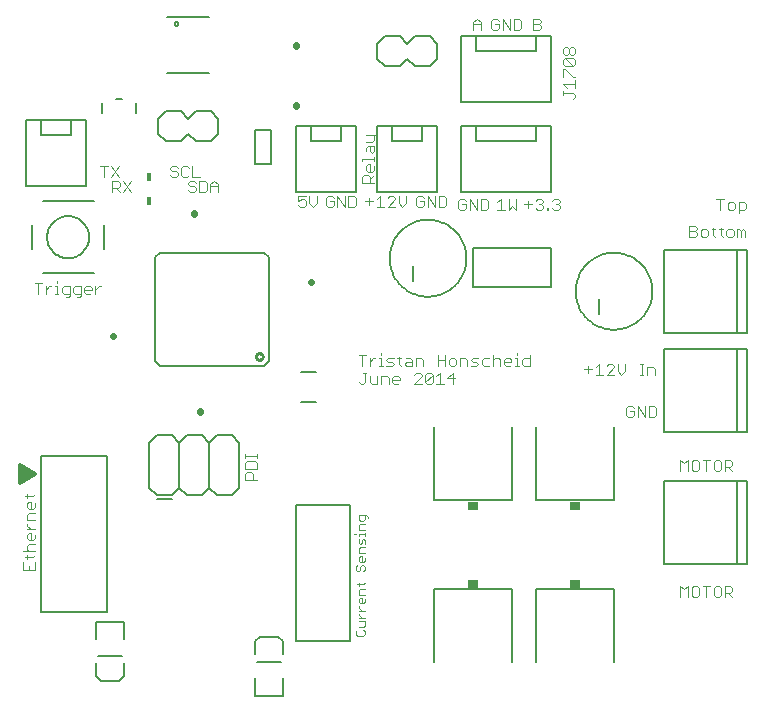
<source format=gto>
G75*
%MOIN*%
%OFA0B0*%
%FSLAX24Y24*%
%IPPOS*%
%LPD*%
%AMOC8*
5,1,8,0,0,1.08239X$1,22.5*
%
%ADD10C,0.0030*%
%ADD11C,0.0080*%
%ADD12R,0.0340X0.0300*%
%ADD13C,0.0050*%
%ADD14C,0.0120*%
%ADD15C,0.0060*%
%ADD16C,0.0100*%
%ADD17C,0.0220*%
%ADD18R,0.0180X0.0300*%
D10*
X000615Y005215D02*
X000985Y005215D01*
X000985Y005462D01*
X000923Y005645D02*
X000676Y005645D01*
X000738Y005583D02*
X000738Y005707D01*
X000800Y005829D02*
X000738Y005891D01*
X000738Y006014D01*
X000800Y006076D01*
X000985Y006076D01*
X000923Y006197D02*
X000800Y006197D01*
X000738Y006259D01*
X000738Y006382D01*
X000800Y006444D01*
X000862Y006444D01*
X000862Y006197D01*
X000923Y006197D02*
X000985Y006259D01*
X000985Y006382D01*
X000985Y006565D02*
X000738Y006565D01*
X000862Y006565D02*
X000738Y006689D01*
X000738Y006751D01*
X000738Y006872D02*
X000738Y007058D01*
X000800Y007119D01*
X000985Y007119D01*
X000923Y007241D02*
X000800Y007241D01*
X000738Y007302D01*
X000738Y007426D01*
X000800Y007488D01*
X000862Y007488D01*
X000862Y007241D01*
X000923Y007241D02*
X000985Y007302D01*
X000985Y007426D01*
X000923Y007671D02*
X000676Y007671D01*
X000738Y007732D02*
X000738Y007609D01*
X000923Y007671D02*
X000985Y007732D01*
X000985Y006872D02*
X000738Y006872D01*
X000615Y005829D02*
X000985Y005829D01*
X000985Y005707D02*
X000923Y005645D01*
X000615Y005462D02*
X000615Y005215D01*
X000800Y005215D02*
X000800Y005338D01*
X008015Y008215D02*
X008015Y008400D01*
X008076Y008462D01*
X008200Y008462D01*
X008262Y008400D01*
X008262Y008215D01*
X008262Y008400D01*
X008200Y008462D01*
X008076Y008462D01*
X008015Y008400D01*
X008015Y008215D01*
X008385Y008215D01*
X008015Y008215D01*
X008015Y008583D02*
X008015Y008768D01*
X008076Y008830D01*
X008323Y008830D01*
X008385Y008768D01*
X008385Y008583D01*
X008015Y008583D01*
X008015Y008768D01*
X008076Y008830D01*
X008323Y008830D01*
X008385Y008768D01*
X008385Y008583D01*
X008015Y008583D01*
X008015Y008952D02*
X008015Y009075D01*
X008015Y008952D01*
X008015Y009013D02*
X008385Y009013D01*
X008015Y009013D01*
X008385Y008952D02*
X008385Y009075D01*
X008385Y008952D01*
X011646Y006403D02*
X011695Y006403D01*
X011792Y006403D02*
X011985Y006403D01*
X011985Y006451D02*
X011985Y006354D01*
X011937Y006253D02*
X011888Y006205D01*
X011888Y006108D01*
X011840Y006060D01*
X011792Y006108D01*
X011792Y006253D01*
X011792Y006354D02*
X011792Y006403D01*
X011792Y006551D02*
X011792Y006696D01*
X011840Y006744D01*
X011985Y006744D01*
X011937Y006845D02*
X011985Y006894D01*
X011985Y007039D01*
X012033Y007039D02*
X011792Y007039D01*
X011792Y006894D01*
X011840Y006845D01*
X011937Y006845D01*
X012082Y006942D02*
X012082Y006991D01*
X012033Y007039D01*
X011985Y006551D02*
X011792Y006551D01*
X011937Y006253D02*
X011985Y006205D01*
X011985Y006060D01*
X011985Y005959D02*
X011840Y005959D01*
X011792Y005910D01*
X011792Y005765D01*
X011985Y005765D01*
X011888Y005664D02*
X011888Y005470D01*
X011840Y005470D02*
X011792Y005519D01*
X011792Y005616D01*
X011840Y005664D01*
X011888Y005664D01*
X011985Y005616D02*
X011985Y005519D01*
X011937Y005470D01*
X011840Y005470D01*
X011888Y005369D02*
X011937Y005369D01*
X011985Y005321D01*
X011985Y005224D01*
X011937Y005176D01*
X011840Y005224D02*
X011840Y005321D01*
X011888Y005369D01*
X011743Y005369D02*
X011695Y005321D01*
X011695Y005224D01*
X011743Y005176D01*
X011792Y005176D01*
X011840Y005224D01*
X011792Y004781D02*
X011792Y004685D01*
X011743Y004733D02*
X011937Y004733D01*
X011985Y004781D01*
X011985Y004584D02*
X011840Y004584D01*
X011792Y004535D01*
X011792Y004390D01*
X011985Y004390D01*
X011888Y004289D02*
X011888Y004095D01*
X011840Y004095D02*
X011792Y004144D01*
X011792Y004241D01*
X011840Y004289D01*
X011888Y004289D01*
X011985Y004241D02*
X011985Y004144D01*
X011937Y004095D01*
X011840Y004095D01*
X011792Y003995D02*
X011792Y003947D01*
X011888Y003850D01*
X011792Y003850D02*
X011985Y003850D01*
X011792Y003749D02*
X011792Y003701D01*
X011888Y003604D01*
X011792Y003604D02*
X011985Y003604D01*
X011985Y003503D02*
X011792Y003503D01*
X011985Y003503D02*
X011985Y003358D01*
X011937Y003310D01*
X011792Y003310D01*
X011743Y003208D02*
X011695Y003160D01*
X011695Y003063D01*
X011743Y003015D01*
X011937Y003015D01*
X011985Y003063D01*
X011985Y003160D01*
X011937Y003208D01*
X011924Y011415D02*
X011985Y011477D01*
X011985Y011785D01*
X011924Y011785D02*
X012047Y011785D01*
X012168Y011662D02*
X012168Y011477D01*
X012230Y011415D01*
X012415Y011415D01*
X012415Y011662D01*
X012537Y011662D02*
X012537Y011415D01*
X012784Y011415D02*
X012784Y011600D01*
X012722Y011662D01*
X012537Y011662D01*
X012905Y011600D02*
X012967Y011662D01*
X013090Y011662D01*
X013152Y011600D01*
X013152Y011538D01*
X012905Y011538D01*
X012905Y011477D02*
X012905Y011600D01*
X012905Y011477D02*
X012967Y011415D01*
X013090Y011415D01*
X013642Y011415D02*
X013889Y011662D01*
X013889Y011724D01*
X013827Y011785D01*
X013703Y011785D01*
X013642Y011724D01*
X013686Y012015D02*
X013686Y012262D01*
X013871Y012262D01*
X013933Y012200D01*
X013933Y012015D01*
X014072Y011785D02*
X014010Y011724D01*
X014010Y011477D01*
X014257Y011724D01*
X014257Y011477D01*
X014195Y011415D01*
X014072Y011415D01*
X014010Y011477D01*
X013889Y011415D02*
X013642Y011415D01*
X014072Y011785D02*
X014195Y011785D01*
X014257Y011724D01*
X014378Y011662D02*
X014502Y011785D01*
X014502Y011415D01*
X014625Y011415D02*
X014378Y011415D01*
X014747Y011600D02*
X014994Y011600D01*
X014932Y011415D02*
X014932Y011785D01*
X014747Y011600D01*
X014670Y012015D02*
X014670Y012385D01*
X014670Y012200D02*
X014423Y012200D01*
X014423Y012015D02*
X014423Y012385D01*
X014791Y012200D02*
X014791Y012077D01*
X014853Y012015D01*
X014976Y012015D01*
X015038Y012077D01*
X015038Y012200D01*
X014976Y012262D01*
X014853Y012262D01*
X014791Y012200D01*
X015160Y012262D02*
X015160Y012015D01*
X015406Y012015D02*
X015406Y012200D01*
X015345Y012262D01*
X015160Y012262D01*
X015528Y012200D02*
X015590Y012262D01*
X015775Y012262D01*
X015896Y012200D02*
X015896Y012077D01*
X015958Y012015D01*
X016143Y012015D01*
X016265Y012015D02*
X016265Y012385D01*
X016326Y012262D02*
X016265Y012200D01*
X016326Y012262D02*
X016450Y012262D01*
X016511Y012200D01*
X016511Y012015D01*
X016633Y012077D02*
X016633Y012200D01*
X016695Y012262D01*
X016818Y012262D01*
X016880Y012200D01*
X016880Y012138D01*
X016633Y012138D01*
X016633Y012077D02*
X016695Y012015D01*
X016818Y012015D01*
X017001Y012015D02*
X017125Y012015D01*
X017063Y012015D02*
X017063Y012262D01*
X017001Y012262D01*
X017063Y012385D02*
X017063Y012447D01*
X017308Y012262D02*
X017247Y012200D01*
X017247Y012077D01*
X017308Y012015D01*
X017494Y012015D01*
X017494Y012385D01*
X017494Y012262D02*
X017308Y012262D01*
X016143Y012262D02*
X015958Y012262D01*
X015896Y012200D01*
X015775Y012077D02*
X015713Y012138D01*
X015590Y012138D01*
X015528Y012200D01*
X015528Y012015D02*
X015713Y012015D01*
X015775Y012077D01*
X013565Y012138D02*
X013380Y012138D01*
X013318Y012077D01*
X013380Y012015D01*
X013565Y012015D01*
X013565Y012200D01*
X013503Y012262D01*
X013380Y012262D01*
X013196Y012262D02*
X013072Y012262D01*
X013134Y012324D02*
X013134Y012077D01*
X013196Y012015D01*
X012951Y012077D02*
X012889Y012138D01*
X012766Y012138D01*
X012704Y012200D01*
X012766Y012262D01*
X012951Y012262D01*
X012951Y012077D02*
X012889Y012015D01*
X012704Y012015D01*
X012582Y012015D02*
X012459Y012015D01*
X012520Y012015D02*
X012520Y012262D01*
X012459Y012262D01*
X012337Y012262D02*
X012275Y012262D01*
X012152Y012138D01*
X012152Y012015D02*
X012152Y012262D01*
X012030Y012385D02*
X011783Y012385D01*
X011907Y012385D02*
X011907Y012015D01*
X011800Y011477D02*
X011862Y011415D01*
X011924Y011415D01*
X012520Y012385D02*
X012520Y012447D01*
X015177Y017215D02*
X015300Y017215D01*
X015362Y017277D01*
X015362Y017400D01*
X015238Y017400D01*
X015115Y017277D02*
X015177Y017215D01*
X015115Y017277D02*
X015115Y017524D01*
X015177Y017585D01*
X015300Y017585D01*
X015362Y017524D01*
X015483Y017585D02*
X015730Y017215D01*
X015730Y017585D01*
X015852Y017585D02*
X016037Y017585D01*
X016099Y017524D01*
X016099Y017277D01*
X016037Y017215D01*
X015852Y017215D01*
X015852Y017585D01*
X015483Y017585D02*
X015483Y017215D01*
X014699Y017377D02*
X014699Y017624D01*
X014637Y017685D01*
X014452Y017685D01*
X014452Y017315D01*
X014637Y017315D01*
X014699Y017377D01*
X014330Y017315D02*
X014330Y017685D01*
X014083Y017685D02*
X014083Y017315D01*
X013962Y017377D02*
X013962Y017500D01*
X013838Y017500D01*
X013715Y017377D02*
X013777Y017315D01*
X013900Y017315D01*
X013962Y017377D01*
X013962Y017624D02*
X013900Y017685D01*
X013777Y017685D01*
X013715Y017624D01*
X013715Y017377D01*
X013367Y017438D02*
X013367Y017685D01*
X013367Y017438D02*
X013243Y017315D01*
X013120Y017438D01*
X013120Y017685D01*
X012999Y017624D02*
X012937Y017685D01*
X012813Y017685D01*
X012752Y017624D01*
X012999Y017624D02*
X012999Y017562D01*
X012752Y017315D01*
X012999Y017315D01*
X012630Y017315D02*
X012383Y017315D01*
X012507Y017315D02*
X012507Y017685D01*
X012383Y017562D01*
X012262Y017500D02*
X012015Y017500D01*
X012138Y017377D02*
X012138Y017624D01*
X011694Y017624D02*
X011694Y017377D01*
X011632Y017315D01*
X011447Y017315D01*
X011447Y017685D01*
X011632Y017685D01*
X011694Y017624D01*
X011325Y017685D02*
X011325Y017315D01*
X011078Y017685D01*
X011078Y017315D01*
X010957Y017377D02*
X010957Y017500D01*
X010833Y017500D01*
X010710Y017377D02*
X010772Y017315D01*
X010895Y017315D01*
X010957Y017377D01*
X010957Y017624D02*
X010895Y017685D01*
X010772Y017685D01*
X010710Y017624D01*
X010710Y017377D01*
X010394Y017438D02*
X010394Y017685D01*
X010394Y017438D02*
X010270Y017315D01*
X010147Y017438D01*
X010147Y017685D01*
X010025Y017685D02*
X009778Y017685D01*
X009778Y017500D01*
X009902Y017562D01*
X009964Y017562D01*
X010025Y017500D01*
X010025Y017377D01*
X009964Y017315D01*
X009840Y017315D01*
X009778Y017377D01*
X011915Y018115D02*
X011915Y018300D01*
X011976Y018362D01*
X012100Y018362D01*
X012162Y018300D01*
X012162Y018115D01*
X012285Y018115D02*
X011915Y018115D01*
X012162Y018238D02*
X012285Y018362D01*
X012223Y018483D02*
X012100Y018483D01*
X012038Y018545D01*
X012038Y018668D01*
X012100Y018730D01*
X012162Y018730D01*
X012162Y018483D01*
X012223Y018483D02*
X012285Y018545D01*
X012285Y018668D01*
X012285Y018852D02*
X012285Y018975D01*
X012285Y018913D02*
X011915Y018913D01*
X011915Y018852D01*
X012038Y019159D02*
X012038Y019282D01*
X012100Y019344D01*
X012285Y019344D01*
X012285Y019159D01*
X012223Y019097D01*
X012162Y019159D01*
X012162Y019344D01*
X012223Y019465D02*
X012285Y019527D01*
X012285Y019712D01*
X012347Y019712D02*
X012408Y019651D01*
X012408Y019589D01*
X012347Y019712D02*
X012038Y019712D01*
X012038Y019465D02*
X012223Y019465D01*
X014083Y017685D02*
X014330Y017315D01*
X016415Y017215D02*
X016662Y017215D01*
X016415Y017215D01*
X016538Y017215D02*
X016538Y017585D01*
X016415Y017462D01*
X016538Y017585D01*
X016538Y017215D01*
X016783Y017215D02*
X016907Y017338D01*
X017030Y017215D01*
X017030Y017585D01*
X017030Y017215D01*
X016907Y017338D01*
X016783Y017215D01*
X016783Y017585D01*
X016783Y017215D01*
X017315Y017400D02*
X017562Y017400D01*
X017683Y017277D02*
X017745Y017215D01*
X017868Y017215D01*
X017930Y017277D01*
X017930Y017338D01*
X017868Y017400D01*
X017807Y017400D01*
X017868Y017400D02*
X017930Y017462D01*
X017930Y017524D01*
X017868Y017585D01*
X017745Y017585D01*
X017683Y017524D01*
X017438Y017524D02*
X017438Y017277D01*
X018052Y017277D02*
X018052Y017215D01*
X018113Y017215D01*
X018113Y017277D01*
X018052Y017277D01*
X018236Y017277D02*
X018298Y017215D01*
X018421Y017215D01*
X018483Y017277D01*
X018483Y017338D01*
X018421Y017400D01*
X018359Y017400D01*
X018421Y017400D02*
X018483Y017462D01*
X018483Y017524D01*
X018421Y017585D01*
X018298Y017585D01*
X018236Y017524D01*
X018923Y020915D02*
X018985Y020977D01*
X018985Y021038D01*
X018923Y021100D01*
X018615Y021100D01*
X018615Y021038D02*
X018615Y021162D01*
X018738Y021283D02*
X018615Y021407D01*
X018985Y021407D01*
X018985Y021530D02*
X018985Y021283D01*
X018985Y021652D02*
X018923Y021652D01*
X018676Y021899D01*
X018615Y021899D01*
X018615Y021652D01*
X018676Y022020D02*
X018615Y022082D01*
X018615Y022205D01*
X018676Y022267D01*
X018923Y022020D01*
X018985Y022082D01*
X018985Y022205D01*
X018923Y022267D01*
X018676Y022267D01*
X018676Y022388D02*
X018738Y022388D01*
X018800Y022450D01*
X018800Y022573D01*
X018862Y022635D01*
X018923Y022635D01*
X018985Y022573D01*
X018985Y022450D01*
X018923Y022388D01*
X018862Y022388D01*
X018800Y022450D01*
X018800Y022573D02*
X018738Y022635D01*
X018676Y022635D01*
X018615Y022573D01*
X018615Y022450D01*
X018676Y022388D01*
X018676Y022020D02*
X018923Y022020D01*
X017800Y023215D02*
X017615Y023215D01*
X017615Y023585D01*
X017800Y023585D01*
X017862Y023524D01*
X017862Y023462D01*
X017800Y023400D01*
X017615Y023400D01*
X017800Y023400D02*
X017862Y023338D01*
X017862Y023277D01*
X017800Y023215D01*
X017199Y023277D02*
X017199Y023524D01*
X017137Y023585D01*
X016952Y023585D01*
X016952Y023215D01*
X017137Y023215D01*
X017199Y023277D01*
X016830Y023215D02*
X016830Y023585D01*
X016583Y023585D02*
X016830Y023215D01*
X016583Y023215D02*
X016583Y023585D01*
X016462Y023524D02*
X016400Y023585D01*
X016277Y023585D01*
X016215Y023524D01*
X016215Y023277D01*
X016277Y023215D01*
X016400Y023215D01*
X016462Y023277D01*
X016462Y023400D01*
X016338Y023400D01*
X015862Y023400D02*
X015615Y023400D01*
X015615Y023462D02*
X015738Y023585D01*
X015862Y023462D01*
X015862Y023215D01*
X015615Y023215D02*
X015615Y023462D01*
X022815Y016685D02*
X022815Y016315D01*
X023000Y016315D01*
X023062Y016377D01*
X023062Y016438D01*
X023000Y016500D01*
X022815Y016500D01*
X023000Y016500D02*
X023062Y016562D01*
X023062Y016624D01*
X023000Y016685D01*
X022815Y016685D01*
X023183Y016500D02*
X023183Y016377D01*
X023245Y016315D01*
X023368Y016315D01*
X023430Y016377D01*
X023430Y016500D01*
X023368Y016562D01*
X023245Y016562D01*
X023183Y016500D01*
X023552Y016562D02*
X023675Y016562D01*
X023613Y016624D02*
X023613Y016377D01*
X023675Y016315D01*
X023859Y016377D02*
X023859Y016624D01*
X023797Y016562D02*
X023921Y016562D01*
X024043Y016500D02*
X024043Y016377D01*
X024104Y016315D01*
X024228Y016315D01*
X024290Y016377D01*
X024290Y016500D01*
X024228Y016562D01*
X024104Y016562D01*
X024043Y016500D01*
X023859Y016377D02*
X023921Y016315D01*
X024411Y016315D02*
X024411Y016562D01*
X024473Y016562D01*
X024534Y016500D01*
X024596Y016562D01*
X024658Y016500D01*
X024658Y016315D01*
X024534Y016315D02*
X024534Y016500D01*
X024452Y017092D02*
X024452Y017462D01*
X024637Y017462D01*
X024699Y017400D01*
X024699Y017277D01*
X024637Y017215D01*
X024452Y017215D01*
X024330Y017277D02*
X024330Y017400D01*
X024268Y017462D01*
X024145Y017462D01*
X024083Y017400D01*
X024083Y017277D01*
X024145Y017215D01*
X024268Y017215D01*
X024330Y017277D01*
X023962Y017585D02*
X023715Y017585D01*
X023838Y017585D02*
X023838Y017215D01*
X021587Y011962D02*
X021402Y011962D01*
X021402Y011715D01*
X021280Y011715D02*
X021157Y011715D01*
X021218Y011715D02*
X021218Y012085D01*
X021157Y012085D02*
X021280Y012085D01*
X021587Y011962D02*
X021649Y011900D01*
X021649Y011715D01*
X020667Y011838D02*
X020667Y012085D01*
X020667Y011838D02*
X020543Y011715D01*
X020420Y011838D01*
X020420Y012085D01*
X020299Y012024D02*
X020237Y012085D01*
X020113Y012085D01*
X020052Y012024D01*
X020299Y012024D02*
X020299Y011962D01*
X020052Y011715D01*
X020299Y011715D01*
X019930Y011715D02*
X019683Y011715D01*
X019807Y011715D02*
X019807Y012085D01*
X019683Y011962D01*
X019562Y011900D02*
X019315Y011900D01*
X019438Y011777D02*
X019438Y012024D01*
X020777Y010685D02*
X020715Y010624D01*
X020715Y010377D01*
X020777Y010315D01*
X020900Y010315D01*
X020962Y010377D01*
X020962Y010500D01*
X020838Y010500D01*
X020962Y010624D02*
X020900Y010685D01*
X020777Y010685D01*
X021083Y010685D02*
X021083Y010315D01*
X021330Y010315D02*
X021083Y010685D01*
X021330Y010685D02*
X021330Y010315D01*
X021452Y010315D02*
X021637Y010315D01*
X021699Y010377D01*
X021699Y010624D01*
X021637Y010685D01*
X021452Y010685D01*
X021452Y010315D01*
X022515Y008885D02*
X022638Y008762D01*
X022762Y008885D01*
X022762Y008515D01*
X022883Y008577D02*
X022883Y008824D01*
X022945Y008885D01*
X023068Y008885D01*
X023130Y008824D01*
X023130Y008577D01*
X023068Y008515D01*
X022945Y008515D01*
X022883Y008577D01*
X023252Y008885D02*
X023499Y008885D01*
X023375Y008885D02*
X023375Y008515D01*
X023620Y008577D02*
X023620Y008824D01*
X023682Y008885D01*
X023805Y008885D01*
X023867Y008824D01*
X023867Y008577D01*
X023805Y008515D01*
X023682Y008515D01*
X023620Y008577D01*
X023988Y008638D02*
X024173Y008638D01*
X024235Y008700D01*
X024235Y008824D01*
X024173Y008885D01*
X023988Y008885D01*
X023988Y008515D01*
X024112Y008638D02*
X024235Y008515D01*
X022515Y008515D02*
X022515Y008885D01*
X022515Y004685D02*
X022638Y004562D01*
X022762Y004685D01*
X022762Y004315D01*
X022883Y004377D02*
X022945Y004315D01*
X023068Y004315D01*
X023130Y004377D01*
X023130Y004624D01*
X023068Y004685D01*
X022945Y004685D01*
X022883Y004624D01*
X022883Y004377D01*
X023252Y004685D02*
X023499Y004685D01*
X023375Y004685D02*
X023375Y004315D01*
X023620Y004377D02*
X023682Y004315D01*
X023805Y004315D01*
X023867Y004377D01*
X023867Y004624D01*
X023805Y004685D01*
X023682Y004685D01*
X023620Y004624D01*
X023620Y004377D01*
X023988Y004438D02*
X024173Y004438D01*
X024235Y004500D01*
X024235Y004624D01*
X024173Y004685D01*
X023988Y004685D01*
X023988Y004315D01*
X024112Y004438D02*
X024235Y004315D01*
X022515Y004315D02*
X022515Y004685D01*
X007094Y017815D02*
X007094Y018062D01*
X006970Y018185D01*
X006847Y018062D01*
X006847Y017815D01*
X006725Y017877D02*
X006725Y018124D01*
X006664Y018185D01*
X006478Y018185D01*
X006478Y017815D01*
X006664Y017815D01*
X006725Y017877D01*
X006847Y018000D02*
X007094Y018000D01*
X006494Y018315D02*
X006247Y018315D01*
X006247Y018685D01*
X006125Y018624D02*
X006064Y018685D01*
X005940Y018685D01*
X005878Y018624D01*
X005878Y018377D01*
X005940Y018315D01*
X006064Y018315D01*
X006125Y018377D01*
X006172Y018185D02*
X006110Y018124D01*
X006110Y018062D01*
X006172Y018000D01*
X006295Y018000D01*
X006357Y017938D01*
X006357Y017877D01*
X006295Y017815D01*
X006172Y017815D01*
X006110Y017877D01*
X006172Y018185D02*
X006295Y018185D01*
X006357Y018124D01*
X005757Y018377D02*
X005695Y018315D01*
X005572Y018315D01*
X005510Y018377D01*
X005572Y018500D02*
X005510Y018562D01*
X005510Y018624D01*
X005572Y018685D01*
X005695Y018685D01*
X005757Y018624D01*
X005695Y018500D02*
X005757Y018438D01*
X005757Y018377D01*
X005695Y018500D02*
X005572Y018500D01*
X004194Y018185D02*
X003947Y017815D01*
X003825Y017815D02*
X003702Y017938D01*
X003764Y017938D02*
X003578Y017938D01*
X003578Y017815D02*
X003578Y018185D01*
X003764Y018185D01*
X003825Y018124D01*
X003825Y018000D01*
X003764Y017938D01*
X003947Y018185D02*
X004194Y017815D01*
X003794Y018315D02*
X003547Y018685D01*
X003425Y018685D02*
X003178Y018685D01*
X003302Y018685D02*
X003302Y018315D01*
X003547Y018315D02*
X003794Y018685D01*
X001719Y014847D02*
X001719Y014785D01*
X001719Y014662D02*
X001719Y014415D01*
X001658Y014415D02*
X001781Y014415D01*
X001903Y014477D02*
X001965Y014415D01*
X002150Y014415D01*
X002150Y014353D02*
X002150Y014662D01*
X001965Y014662D01*
X001903Y014600D01*
X001903Y014477D01*
X002027Y014292D02*
X002088Y014292D01*
X002150Y014353D01*
X002271Y014477D02*
X002271Y014600D01*
X002333Y014662D01*
X002518Y014662D01*
X002518Y014353D01*
X002457Y014292D01*
X002395Y014292D01*
X002333Y014415D02*
X002518Y014415D01*
X002640Y014477D02*
X002640Y014600D01*
X002701Y014662D01*
X002825Y014662D01*
X002887Y014600D01*
X002887Y014538D01*
X002640Y014538D01*
X002640Y014477D02*
X002701Y014415D01*
X002825Y014415D01*
X003008Y014415D02*
X003008Y014662D01*
X003008Y014538D02*
X003132Y014662D01*
X003193Y014662D01*
X002333Y014415D02*
X002271Y014477D01*
X001719Y014662D02*
X001658Y014662D01*
X001536Y014662D02*
X001474Y014662D01*
X001351Y014538D01*
X001351Y014415D02*
X001351Y014662D01*
X001229Y014785D02*
X000982Y014785D01*
X001106Y014785D02*
X001106Y014415D01*
D11*
X003028Y001673D02*
X003185Y001516D01*
X003815Y001516D01*
X003972Y001673D01*
X003972Y002106D01*
X003972Y002894D02*
X003972Y003484D01*
X003028Y003484D01*
X003028Y002894D01*
X003028Y002106D02*
X003028Y001673D01*
X008328Y001606D02*
X008328Y001016D01*
X009272Y001016D01*
X009272Y001606D01*
X009272Y002394D02*
X009272Y002827D01*
X009115Y002984D01*
X008485Y002984D01*
X008328Y002827D01*
X008328Y002394D01*
X009714Y002836D02*
X009714Y007364D01*
X011486Y007364D01*
X011486Y002836D01*
X009714Y002836D01*
X014310Y002129D02*
X014310Y004568D01*
X016890Y004568D01*
X016890Y002129D01*
X017710Y002129D02*
X017710Y004568D01*
X020290Y004568D01*
X020290Y002129D01*
X021961Y005411D02*
X024402Y005411D01*
X024402Y008167D01*
X024717Y008167D01*
X024717Y005411D01*
X024402Y005411D01*
X021961Y005411D02*
X021961Y008167D01*
X024402Y008167D01*
X024402Y009811D02*
X024402Y012567D01*
X024717Y012567D01*
X024717Y009811D01*
X024402Y009811D01*
X021961Y009811D01*
X021961Y012567D01*
X024402Y012567D01*
X024402Y013111D02*
X024402Y015867D01*
X024717Y015867D01*
X024717Y013111D01*
X024402Y013111D01*
X021961Y013111D01*
X021961Y015867D01*
X024402Y015867D01*
X019020Y014500D02*
X019022Y014571D01*
X019028Y014642D01*
X019038Y014713D01*
X019052Y014782D01*
X019069Y014851D01*
X019091Y014919D01*
X019116Y014986D01*
X019145Y015051D01*
X019177Y015114D01*
X019213Y015176D01*
X019252Y015235D01*
X019295Y015292D01*
X019340Y015347D01*
X019389Y015399D01*
X019440Y015448D01*
X019494Y015494D01*
X019551Y015538D01*
X019609Y015578D01*
X019670Y015614D01*
X019733Y015648D01*
X019798Y015677D01*
X019864Y015703D01*
X019932Y015726D01*
X020000Y015744D01*
X020070Y015759D01*
X020140Y015770D01*
X020211Y015777D01*
X020282Y015780D01*
X020353Y015779D01*
X020424Y015774D01*
X020495Y015765D01*
X020565Y015752D01*
X020634Y015736D01*
X020702Y015715D01*
X020769Y015691D01*
X020835Y015663D01*
X020898Y015631D01*
X020960Y015596D01*
X021020Y015558D01*
X021078Y015516D01*
X021133Y015472D01*
X021186Y015424D01*
X021236Y015373D01*
X021283Y015320D01*
X021327Y015264D01*
X021368Y015206D01*
X021406Y015145D01*
X021440Y015083D01*
X021470Y015018D01*
X021497Y014953D01*
X021521Y014885D01*
X021540Y014817D01*
X021556Y014748D01*
X021568Y014677D01*
X021576Y014607D01*
X021580Y014536D01*
X021580Y014464D01*
X021576Y014393D01*
X021568Y014323D01*
X021556Y014252D01*
X021540Y014183D01*
X021521Y014115D01*
X021497Y014047D01*
X021470Y013982D01*
X021440Y013917D01*
X021406Y013855D01*
X021368Y013794D01*
X021327Y013736D01*
X021283Y013680D01*
X021236Y013627D01*
X021186Y013576D01*
X021133Y013528D01*
X021078Y013484D01*
X021020Y013442D01*
X020960Y013404D01*
X020898Y013369D01*
X020835Y013337D01*
X020769Y013309D01*
X020702Y013285D01*
X020634Y013264D01*
X020565Y013248D01*
X020495Y013235D01*
X020424Y013226D01*
X020353Y013221D01*
X020282Y013220D01*
X020211Y013223D01*
X020140Y013230D01*
X020070Y013241D01*
X020000Y013256D01*
X019932Y013274D01*
X019864Y013297D01*
X019798Y013323D01*
X019733Y013352D01*
X019670Y013386D01*
X019609Y013422D01*
X019551Y013462D01*
X019494Y013506D01*
X019440Y013552D01*
X019389Y013601D01*
X019340Y013653D01*
X019295Y013708D01*
X019252Y013765D01*
X019213Y013824D01*
X019177Y013886D01*
X019145Y013949D01*
X019116Y014014D01*
X019091Y014081D01*
X019069Y014149D01*
X019052Y014218D01*
X019038Y014287D01*
X019028Y014358D01*
X019022Y014429D01*
X019020Y014500D01*
X019800Y014250D02*
X019800Y013750D01*
X018190Y014650D02*
X015610Y014650D01*
X015610Y015950D01*
X018190Y015950D01*
X018190Y014650D01*
X012820Y015600D02*
X012822Y015671D01*
X012828Y015742D01*
X012838Y015813D01*
X012852Y015882D01*
X012869Y015951D01*
X012891Y016019D01*
X012916Y016086D01*
X012945Y016151D01*
X012977Y016214D01*
X013013Y016276D01*
X013052Y016335D01*
X013095Y016392D01*
X013140Y016447D01*
X013189Y016499D01*
X013240Y016548D01*
X013294Y016594D01*
X013351Y016638D01*
X013409Y016678D01*
X013470Y016714D01*
X013533Y016748D01*
X013598Y016777D01*
X013664Y016803D01*
X013732Y016826D01*
X013800Y016844D01*
X013870Y016859D01*
X013940Y016870D01*
X014011Y016877D01*
X014082Y016880D01*
X014153Y016879D01*
X014224Y016874D01*
X014295Y016865D01*
X014365Y016852D01*
X014434Y016836D01*
X014502Y016815D01*
X014569Y016791D01*
X014635Y016763D01*
X014698Y016731D01*
X014760Y016696D01*
X014820Y016658D01*
X014878Y016616D01*
X014933Y016572D01*
X014986Y016524D01*
X015036Y016473D01*
X015083Y016420D01*
X015127Y016364D01*
X015168Y016306D01*
X015206Y016245D01*
X015240Y016183D01*
X015270Y016118D01*
X015297Y016053D01*
X015321Y015985D01*
X015340Y015917D01*
X015356Y015848D01*
X015368Y015777D01*
X015376Y015707D01*
X015380Y015636D01*
X015380Y015564D01*
X015376Y015493D01*
X015368Y015423D01*
X015356Y015352D01*
X015340Y015283D01*
X015321Y015215D01*
X015297Y015147D01*
X015270Y015082D01*
X015240Y015017D01*
X015206Y014955D01*
X015168Y014894D01*
X015127Y014836D01*
X015083Y014780D01*
X015036Y014727D01*
X014986Y014676D01*
X014933Y014628D01*
X014878Y014584D01*
X014820Y014542D01*
X014760Y014504D01*
X014698Y014469D01*
X014635Y014437D01*
X014569Y014409D01*
X014502Y014385D01*
X014434Y014364D01*
X014365Y014348D01*
X014295Y014335D01*
X014224Y014326D01*
X014153Y014321D01*
X014082Y014320D01*
X014011Y014323D01*
X013940Y014330D01*
X013870Y014341D01*
X013800Y014356D01*
X013732Y014374D01*
X013664Y014397D01*
X013598Y014423D01*
X013533Y014452D01*
X013470Y014486D01*
X013409Y014522D01*
X013351Y014562D01*
X013294Y014606D01*
X013240Y014652D01*
X013189Y014701D01*
X013140Y014753D01*
X013095Y014808D01*
X013052Y014865D01*
X013013Y014924D01*
X012977Y014986D01*
X012945Y015049D01*
X012916Y015114D01*
X012891Y015181D01*
X012869Y015249D01*
X012852Y015318D01*
X012838Y015387D01*
X012828Y015458D01*
X012822Y015529D01*
X012820Y015600D01*
X013600Y015350D02*
X013600Y014850D01*
X010350Y011800D02*
X009850Y011800D01*
X009850Y010800D02*
X010350Y010800D01*
X008790Y012168D02*
X008790Y015632D01*
X008632Y015790D01*
X005168Y015790D01*
X005010Y015632D01*
X005010Y012168D01*
X005168Y012010D01*
X008632Y012010D01*
X008790Y012168D01*
X007550Y009700D02*
X007050Y009700D01*
X006800Y009450D01*
X006800Y007950D01*
X007050Y007700D01*
X007550Y007700D01*
X007800Y007950D01*
X007800Y009450D01*
X007550Y009700D01*
X006800Y009450D02*
X006550Y009700D01*
X006050Y009700D01*
X005800Y009450D01*
X005800Y007950D01*
X006050Y007700D01*
X006550Y007700D01*
X006800Y007950D01*
X005800Y007950D02*
X005550Y007700D01*
X005050Y007700D01*
X004800Y007950D01*
X004800Y009450D01*
X005050Y009700D01*
X005550Y009700D01*
X005800Y009450D01*
X005550Y007568D02*
X005050Y007568D01*
X002950Y015100D02*
X001250Y015100D01*
X000900Y015900D02*
X000900Y016705D01*
X001250Y017500D02*
X002950Y017500D01*
X003300Y016693D02*
X003300Y015900D01*
X001400Y016300D02*
X001402Y016352D01*
X001408Y016404D01*
X001418Y016456D01*
X001431Y016506D01*
X001448Y016556D01*
X001469Y016604D01*
X001494Y016650D01*
X001522Y016694D01*
X001553Y016736D01*
X001587Y016776D01*
X001624Y016813D01*
X001664Y016847D01*
X001706Y016878D01*
X001750Y016906D01*
X001796Y016931D01*
X001844Y016952D01*
X001894Y016969D01*
X001944Y016982D01*
X001996Y016992D01*
X002048Y016998D01*
X002100Y017000D01*
X002152Y016998D01*
X002204Y016992D01*
X002256Y016982D01*
X002306Y016969D01*
X002356Y016952D01*
X002404Y016931D01*
X002450Y016906D01*
X002494Y016878D01*
X002536Y016847D01*
X002576Y016813D01*
X002613Y016776D01*
X002647Y016736D01*
X002678Y016694D01*
X002706Y016650D01*
X002731Y016604D01*
X002752Y016556D01*
X002769Y016506D01*
X002782Y016456D01*
X002792Y016404D01*
X002798Y016352D01*
X002800Y016300D01*
X002798Y016248D01*
X002792Y016196D01*
X002782Y016144D01*
X002769Y016094D01*
X002752Y016044D01*
X002731Y015996D01*
X002706Y015950D01*
X002678Y015906D01*
X002647Y015864D01*
X002613Y015824D01*
X002576Y015787D01*
X002536Y015753D01*
X002494Y015722D01*
X002450Y015694D01*
X002404Y015669D01*
X002356Y015648D01*
X002306Y015631D01*
X002256Y015618D01*
X002204Y015608D01*
X002152Y015602D01*
X002100Y015600D01*
X002048Y015602D01*
X001996Y015608D01*
X001944Y015618D01*
X001894Y015631D01*
X001844Y015648D01*
X001796Y015669D01*
X001750Y015694D01*
X001706Y015722D01*
X001664Y015753D01*
X001624Y015787D01*
X001587Y015824D01*
X001553Y015864D01*
X001522Y015906D01*
X001494Y015950D01*
X001469Y015996D01*
X001448Y016044D01*
X001431Y016094D01*
X001418Y016144D01*
X001408Y016196D01*
X001402Y016248D01*
X001400Y016300D01*
X005100Y019750D02*
X005350Y019500D01*
X005850Y019500D01*
X006100Y019750D01*
X006350Y019500D01*
X006850Y019500D01*
X007100Y019750D01*
X007100Y020250D01*
X006850Y020500D01*
X006350Y020500D01*
X006100Y020250D01*
X005850Y020500D01*
X005350Y020500D01*
X005100Y020250D01*
X005100Y019750D01*
X004360Y020431D02*
X004360Y020769D01*
X003906Y020919D02*
X003694Y020919D01*
X003240Y020769D02*
X003240Y020431D01*
X005653Y023410D02*
X005655Y023425D01*
X005661Y023438D01*
X005670Y023450D01*
X005681Y023459D01*
X005695Y023465D01*
X005710Y023467D01*
X005725Y023465D01*
X005738Y023459D01*
X005750Y023450D01*
X005759Y023439D01*
X005765Y023425D01*
X005767Y023410D01*
X005765Y023395D01*
X005759Y023382D01*
X005750Y023370D01*
X005739Y023361D01*
X005725Y023355D01*
X005710Y023353D01*
X005695Y023355D01*
X005682Y023361D01*
X005670Y023370D01*
X005661Y023381D01*
X005655Y023395D01*
X005653Y023410D01*
X012400Y022750D02*
X012400Y022250D01*
X012650Y022000D01*
X013150Y022000D01*
X013400Y022250D01*
X013650Y022000D01*
X014150Y022000D01*
X014400Y022250D01*
X014400Y022750D01*
X014150Y023000D01*
X013650Y023000D01*
X013400Y022750D01*
X013150Y023000D01*
X012650Y023000D01*
X012400Y022750D01*
X014310Y009971D02*
X014310Y007532D01*
X016890Y007532D01*
X016890Y009971D01*
X017710Y009971D02*
X017710Y007532D01*
X020290Y007532D01*
X020290Y009971D01*
D12*
X019000Y007342D03*
X019000Y004758D03*
X015600Y004758D03*
X015600Y007342D03*
D13*
X009200Y002150D02*
X008400Y002150D01*
X003900Y002350D02*
X003100Y002350D01*
X003400Y003800D02*
X001200Y003800D01*
X001200Y009000D01*
X003400Y009000D01*
X003400Y003800D01*
X009700Y017800D02*
X011700Y017800D01*
X011700Y020000D01*
X011200Y020000D01*
X011200Y019500D01*
X010200Y019500D01*
X010200Y020000D01*
X011200Y020000D01*
X010200Y020000D02*
X009700Y020000D01*
X009700Y017800D01*
X012400Y017800D02*
X014400Y017800D01*
X014400Y020000D01*
X013900Y020000D01*
X013900Y019500D01*
X012900Y019500D01*
X012900Y020000D01*
X013900Y020000D01*
X012900Y020000D02*
X012400Y020000D01*
X012400Y017800D01*
X015200Y017800D02*
X018200Y017800D01*
X018200Y020000D01*
X017700Y020000D01*
X017700Y019500D01*
X015700Y019500D01*
X015700Y020000D01*
X017700Y020000D01*
X018200Y020800D02*
X015200Y020800D01*
X015200Y023000D01*
X015700Y023000D01*
X015700Y022500D01*
X017700Y022500D01*
X017700Y023000D01*
X018200Y023000D01*
X018200Y020800D01*
X017700Y023000D02*
X015700Y023000D01*
X015700Y020000D02*
X015200Y020000D01*
X015200Y017800D01*
X002700Y018000D02*
X000700Y018000D01*
X000700Y020200D01*
X001200Y020200D01*
X001200Y019700D01*
X002200Y019700D01*
X002200Y020200D01*
X002700Y020200D01*
X002700Y018000D01*
X002200Y020200D02*
X001200Y020200D01*
D14*
X000500Y008700D02*
X000600Y008200D01*
X000600Y008600D01*
X000900Y008400D01*
X000700Y008300D01*
X000700Y008500D01*
X000800Y008400D01*
X001000Y008400D02*
X000500Y008700D01*
X000500Y008100D01*
X001000Y008400D01*
D15*
X008340Y018740D02*
X008340Y019860D01*
X008860Y019860D01*
X008860Y018740D01*
X008340Y018740D01*
X006810Y021770D02*
X005390Y021770D01*
X005390Y023630D02*
X006810Y023630D01*
D16*
X008364Y012325D02*
X008366Y012345D01*
X008371Y012365D01*
X008381Y012383D01*
X008393Y012400D01*
X008408Y012414D01*
X008426Y012424D01*
X008445Y012432D01*
X008465Y012436D01*
X008485Y012436D01*
X008505Y012432D01*
X008524Y012424D01*
X008542Y012414D01*
X008557Y012400D01*
X008569Y012383D01*
X008579Y012365D01*
X008584Y012345D01*
X008586Y012325D01*
X008584Y012305D01*
X008579Y012285D01*
X008569Y012267D01*
X008557Y012250D01*
X008542Y012236D01*
X008524Y012226D01*
X008505Y012218D01*
X008485Y012214D01*
X008465Y012214D01*
X008445Y012218D01*
X008426Y012226D01*
X008408Y012236D01*
X008393Y012250D01*
X008381Y012267D01*
X008371Y012285D01*
X008366Y012305D01*
X008364Y012325D01*
D17*
X006500Y010512D02*
X006500Y010488D01*
X003612Y013000D02*
X003588Y013000D01*
X006300Y017088D02*
X006300Y017112D01*
X010188Y014800D02*
X010212Y014800D01*
X009700Y020688D02*
X009700Y020712D01*
X009700Y022688D02*
X009700Y022712D01*
D18*
X004800Y018300D03*
X004800Y017500D03*
M02*

</source>
